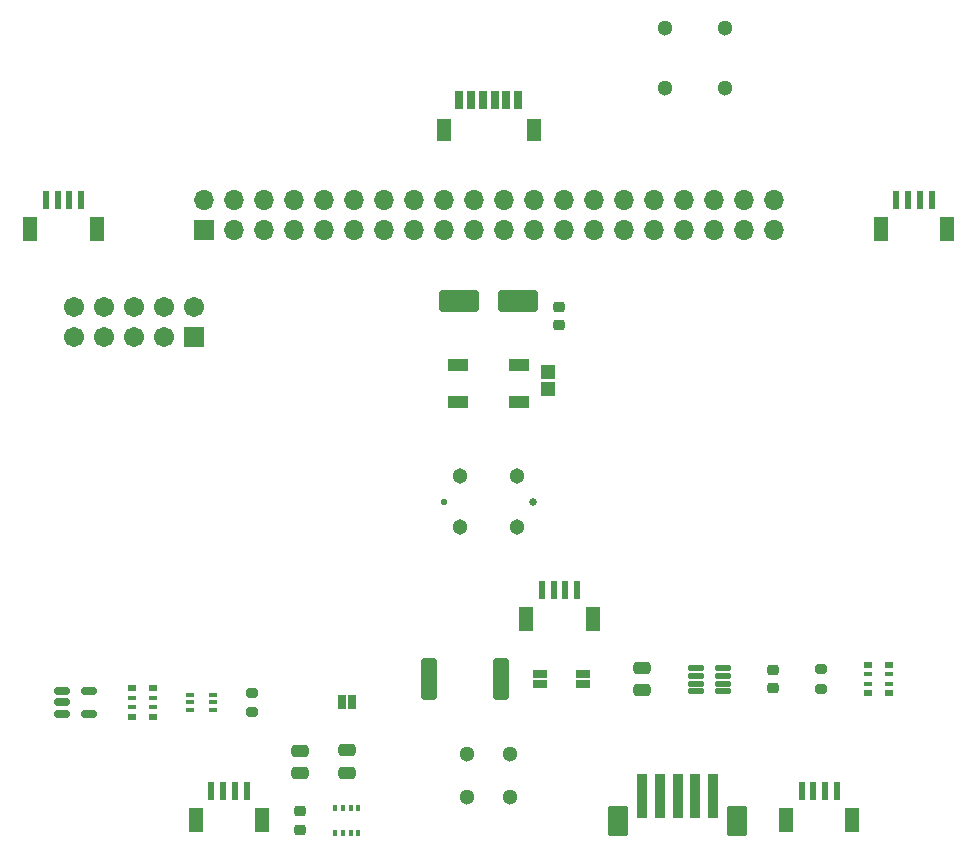
<source format=gts>
%TF.GenerationSoftware,KiCad,Pcbnew,9.0.2*%
%TF.CreationDate,2025-09-25T15:38:43-05:00*%
%TF.ProjectId,dreamV1_0,64726561-6d56-4315-9f30-2e6b69636164,1*%
%TF.SameCoordinates,Original*%
%TF.FileFunction,Soldermask,Top*%
%TF.FilePolarity,Negative*%
%FSLAX46Y46*%
G04 Gerber Fmt 4.6, Leading zero omitted, Abs format (unit mm)*
G04 Created by KiCad (PCBNEW 9.0.2) date 2025-09-25 15:38:43*
%MOMM*%
%LPD*%
G01*
G04 APERTURE LIST*
G04 Aperture macros list*
%AMRoundRect*
0 Rectangle with rounded corners*
0 $1 Rounding radius*
0 $2 $3 $4 $5 $6 $7 $8 $9 X,Y pos of 4 corners*
0 Add a 4 corners polygon primitive as box body*
4,1,4,$2,$3,$4,$5,$6,$7,$8,$9,$2,$3,0*
0 Add four circle primitives for the rounded corners*
1,1,$1+$1,$2,$3*
1,1,$1+$1,$4,$5*
1,1,$1+$1,$6,$7*
1,1,$1+$1,$8,$9*
0 Add four rect primitives between the rounded corners*
20,1,$1+$1,$2,$3,$4,$5,0*
20,1,$1+$1,$4,$5,$6,$7,0*
20,1,$1+$1,$6,$7,$8,$9,0*
20,1,$1+$1,$8,$9,$2,$3,0*%
G04 Aperture macros list end*
%ADD10RoundRect,0.102000X0.350000X1.800000X-0.350000X1.800000X-0.350000X-1.800000X0.350000X-1.800000X0*%
%ADD11RoundRect,0.102000X0.750000X1.150000X-0.750000X1.150000X-0.750000X-1.150000X0.750000X-1.150000X0*%
%ADD12R,1.270000X0.635000*%
%ADD13RoundRect,0.150000X-0.512500X-0.150000X0.512500X-0.150000X0.512500X0.150000X-0.512500X0.150000X0*%
%ADD14R,0.350000X0.500000*%
%ADD15RoundRect,0.225000X0.250000X-0.225000X0.250000X0.225000X-0.250000X0.225000X-0.250000X-0.225000X0*%
%ADD16R,0.600000X1.550000*%
%ADD17R,1.200000X2.000000*%
%ADD18RoundRect,0.200000X0.275000X-0.200000X0.275000X0.200000X-0.275000X0.200000X-0.275000X-0.200000X0*%
%ADD19R,0.660400X1.549400*%
%ADD20R,1.193800X1.854200*%
%ADD21RoundRect,0.250000X-0.475000X0.250000X-0.475000X-0.250000X0.475000X-0.250000X0.475000X0.250000X0*%
%ADD22RoundRect,0.100000X-0.225000X-0.100000X0.225000X-0.100000X0.225000X0.100000X-0.225000X0.100000X0*%
%ADD23RoundRect,0.125000X-0.537500X-0.125000X0.537500X-0.125000X0.537500X0.125000X-0.537500X0.125000X0*%
%ADD24R,0.800000X0.500000*%
%ADD25R,0.800000X0.400000*%
%ADD26RoundRect,0.102000X-0.754000X-0.754000X0.754000X-0.754000X0.754000X0.754000X-0.754000X0.754000X0*%
%ADD27C,1.712000*%
%ADD28C,1.300000*%
%ADD29R,0.635000X1.270000*%
%ADD30R,1.651000X1.000000*%
%ADD31RoundRect,0.102000X0.510000X-0.520000X0.510000X0.520000X-0.510000X0.520000X-0.510000X-0.520000X0*%
%ADD32RoundRect,0.102000X0.535000X1.635000X-0.535000X1.635000X-0.535000X-1.635000X0.535000X-1.635000X0*%
%ADD33RoundRect,0.225000X-0.250000X0.225000X-0.250000X-0.225000X0.250000X-0.225000X0.250000X0.225000X0*%
%ADD34RoundRect,0.223000X-1.479000X-0.669000X1.479000X-0.669000X1.479000X0.669000X-1.479000X0.669000X0*%
%ADD35R,1.700000X1.700000*%
%ADD36O,1.700000X1.700000*%
%ADD37C,0.660000*%
%ADD38C,0.580000*%
%ADD39C,1.304000*%
G04 APERTURE END LIST*
D10*
%TO.C,J3*%
X109000000Y-124950000D03*
X107500000Y-124950000D03*
X106000000Y-124950000D03*
X104500000Y-124950000D03*
X103000000Y-124950000D03*
D11*
X111050000Y-127000000D03*
X100950000Y-127000000D03*
%TD*%
D12*
%TO.C,JP3*%
X98000000Y-115406400D03*
X98000000Y-114593600D03*
%TD*%
D13*
%TO.C,U1*%
X53862500Y-116050000D03*
X53862500Y-117000000D03*
X53862500Y-117950000D03*
X56137500Y-117950000D03*
X56137500Y-116050000D03*
%TD*%
D14*
%TO.C,U2*%
X77025000Y-125975000D03*
X77675000Y-125975000D03*
X78325000Y-125975000D03*
X78975000Y-125975000D03*
X78975000Y-128025000D03*
X78325000Y-128025000D03*
X77675000Y-128025000D03*
X77025000Y-128025000D03*
%TD*%
D15*
%TO.C,C6*%
X96000000Y-85061050D03*
X96000000Y-83511050D03*
%TD*%
D16*
%TO.C,J4*%
X119500000Y-124489000D03*
X118500000Y-124489000D03*
X117500000Y-124489000D03*
X116500000Y-124489000D03*
D17*
X120800000Y-126914000D03*
X115200000Y-126914000D03*
%TD*%
D18*
%TO.C,R2*%
X70000000Y-117825000D03*
X70000000Y-116175000D03*
%TD*%
D19*
%TO.C,J7*%
X92500000Y-66000000D03*
X91500000Y-66000000D03*
X90499999Y-66000000D03*
X89500001Y-66000000D03*
X88500000Y-66000000D03*
X87500000Y-66000000D03*
D20*
X86200000Y-68525014D03*
X93800000Y-68525014D03*
%TD*%
D21*
%TO.C,C4*%
X103000000Y-114050000D03*
X103000000Y-115950000D03*
%TD*%
D22*
%TO.C,Q1*%
X64746667Y-116350000D03*
X64746667Y-117000000D03*
X64746667Y-117650000D03*
X66646667Y-117650000D03*
X66646667Y-117000000D03*
X66646667Y-116350000D03*
%TD*%
D23*
%TO.C,U3*%
X107530000Y-114100000D03*
X107530000Y-114750000D03*
X107530000Y-115400000D03*
X107530000Y-116050000D03*
X109805000Y-116050000D03*
X109805000Y-115400000D03*
X109805000Y-114750000D03*
X109805000Y-114100000D03*
%TD*%
D16*
%TO.C,J2*%
X69500000Y-124489000D03*
X68500000Y-124489000D03*
X67500000Y-124489000D03*
X66500000Y-124489000D03*
D17*
X70800000Y-126914000D03*
X65200000Y-126914000D03*
%TD*%
D24*
%TO.C,R5*%
X122100000Y-113800000D03*
D25*
X122100000Y-114600000D03*
X122100000Y-115400000D03*
D24*
X122100000Y-116200000D03*
X123900000Y-116200000D03*
D25*
X123900000Y-115400000D03*
X123900000Y-114600000D03*
D24*
X123900000Y-113800000D03*
%TD*%
D26*
%TO.C,J5*%
X65080000Y-86020000D03*
D27*
X65080000Y-83480000D03*
X62540000Y-86020000D03*
X62540000Y-83480000D03*
X60000000Y-86020000D03*
X60000000Y-83480000D03*
X57460000Y-86020000D03*
X57460000Y-83480000D03*
X54920000Y-86020000D03*
X54920000Y-83480000D03*
%TD*%
D28*
%TO.C,S1*%
X110000000Y-65000000D03*
X110000000Y-59920000D03*
X104920000Y-65000000D03*
X104920000Y-59920000D03*
%TD*%
D29*
%TO.C,JP1*%
X77593600Y-117000000D03*
X78406400Y-117000000D03*
%TD*%
D28*
%TO.C,IC1*%
X91800000Y-125000000D03*
X91800000Y-121400000D03*
X88200000Y-121400000D03*
X88200000Y-125000000D03*
%TD*%
D30*
%TO.C,D1*%
X92577000Y-91600000D03*
X92577000Y-88400000D03*
X87423000Y-88400000D03*
X87423000Y-91600000D03*
%TD*%
D12*
%TO.C,JP2*%
X94386400Y-115406400D03*
X94386400Y-114593600D03*
%TD*%
D16*
%TO.C,J9*%
X127500000Y-74489000D03*
X126500000Y-74489000D03*
X125500000Y-74489000D03*
X124500000Y-74489000D03*
D17*
X128800000Y-76914000D03*
X123200000Y-76914000D03*
%TD*%
D24*
%TO.C,R1*%
X59773333Y-115800000D03*
D25*
X59773333Y-116600000D03*
X59773333Y-117400000D03*
D24*
X59773333Y-118200000D03*
X61573333Y-118200000D03*
D25*
X61573333Y-117400000D03*
X61573333Y-116600000D03*
D24*
X61573333Y-115800000D03*
%TD*%
D31*
%TO.C,R8*%
X95000000Y-90470000D03*
X95000000Y-89000000D03*
%TD*%
D21*
%TO.C,C2*%
X74000000Y-121100000D03*
X74000000Y-123000000D03*
%TD*%
%TO.C,C3*%
X78000000Y-121050000D03*
X78000000Y-122950000D03*
%TD*%
D32*
%TO.C,R4*%
X91055000Y-115000000D03*
X84945000Y-115000000D03*
%TD*%
D33*
%TO.C,C5*%
X114085000Y-114225000D03*
X114085000Y-115775000D03*
%TD*%
D18*
%TO.C,R3*%
X118182500Y-115825000D03*
X118182500Y-114175000D03*
%TD*%
D16*
%TO.C,J6*%
X55500000Y-74489000D03*
X54500000Y-74489000D03*
X53500000Y-74489000D03*
X52500000Y-74489000D03*
D17*
X56800000Y-76914000D03*
X51200000Y-76914000D03*
%TD*%
D34*
%TO.C,C7*%
X92495000Y-83000000D03*
X87505000Y-83000000D03*
%TD*%
D15*
%TO.C,C1*%
X74000000Y-127775000D03*
X74000000Y-126225000D03*
%TD*%
D16*
%TO.C,J8*%
X97500000Y-107489000D03*
X96500000Y-107489000D03*
X95500000Y-107489000D03*
X94500000Y-107489000D03*
D17*
X98800000Y-109914000D03*
X93200000Y-109914000D03*
%TD*%
D35*
%TO.C,J1*%
X65900000Y-77000000D03*
D36*
X65900000Y-74460000D03*
X68440000Y-77000000D03*
X68440000Y-74460000D03*
X70980000Y-77000000D03*
X70980000Y-74460000D03*
X73520000Y-77000000D03*
X73520000Y-74460000D03*
X76060000Y-77000000D03*
X76060000Y-74460000D03*
X78600000Y-77000000D03*
X78600000Y-74460000D03*
X81140000Y-77000000D03*
X81140000Y-74460000D03*
X83680000Y-77000000D03*
X83680000Y-74460000D03*
X86220000Y-77000000D03*
X86220000Y-74460000D03*
X88760000Y-77000000D03*
X88760000Y-74460000D03*
X91300000Y-77000000D03*
X91300000Y-74460000D03*
X93840000Y-77000000D03*
X93840000Y-74460000D03*
X96380000Y-77000000D03*
X96380000Y-74460000D03*
X98920000Y-77000000D03*
X98920000Y-74460000D03*
X101460000Y-77000000D03*
X101460000Y-74460000D03*
X104000000Y-77000000D03*
X104000000Y-74460000D03*
X106540000Y-77000000D03*
X106540000Y-74460000D03*
X109080000Y-77000000D03*
X109080000Y-74460000D03*
X111620000Y-77000000D03*
X111620000Y-74460000D03*
X114160000Y-77000000D03*
X114160000Y-74460000D03*
%TD*%
D37*
%TO.C,J11*%
X93750000Y-100000000D03*
D38*
X86250000Y-100000000D03*
D39*
X92400000Y-97850000D03*
X87600000Y-97850000D03*
X92400000Y-102150000D03*
X87600000Y-102150000D03*
%TD*%
M02*

</source>
